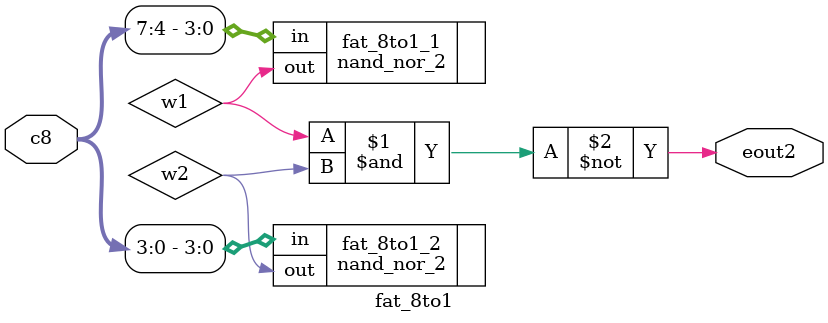
<source format=v>
module fat_8to1 (c8,eout2 );
   input [7:0]  c8;
   output 	eout2;
   wire w1, w2; 

   nand_nor_2 fat_8to1_1(.in(c8[7:4]), .out(w1));
   nand_nor_2 fat_8to1_2(.in(c8[3:0]), .out(w2));
   nand (eout2,w1,w2);
   

endmodule

</source>
